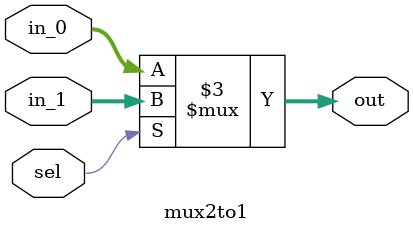
<source format=sv>
module mux2to1(
    input logic sel,
    input logic [31:0] in_0,
    input logic [31:0] in_1,

    output logic [31:0] out
);

always_comb begin : mux2to1
    if (sel) out = in_1;
    else out = in_0;
end

endmodule

</source>
